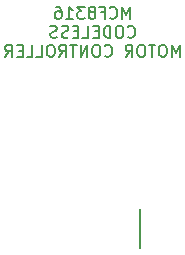
<source format=gbr>
G04 #@! TF.GenerationSoftware,KiCad,Pcbnew,(6.0.1)*
G04 #@! TF.CreationDate,2022-02-05T19:11:42-06:00*
G04 #@! TF.ProjectId,MCF8316A,4d434638-3331-4364-912e-6b696361645f,rev?*
G04 #@! TF.SameCoordinates,Original*
G04 #@! TF.FileFunction,Legend,Bot*
G04 #@! TF.FilePolarity,Positive*
%FSLAX46Y46*%
G04 Gerber Fmt 4.6, Leading zero omitted, Abs format (unit mm)*
G04 Created by KiCad (PCBNEW (6.0.1)) date 2022-02-05 19:11:42*
%MOMM*%
%LPD*%
G01*
G04 APERTURE LIST*
%ADD10C,0.150000*%
G04 APERTURE END LIST*
D10*
X159969200Y-103352600D02*
X159969200Y-106654600D01*
X159122666Y-87234380D02*
X159122666Y-86234380D01*
X158789333Y-86948666D01*
X158456000Y-86234380D01*
X158456000Y-87234380D01*
X157408380Y-87139142D02*
X157456000Y-87186761D01*
X157598857Y-87234380D01*
X157694095Y-87234380D01*
X157836952Y-87186761D01*
X157932190Y-87091523D01*
X157979809Y-86996285D01*
X158027428Y-86805809D01*
X158027428Y-86662952D01*
X157979809Y-86472476D01*
X157932190Y-86377238D01*
X157836952Y-86282000D01*
X157694095Y-86234380D01*
X157598857Y-86234380D01*
X157456000Y-86282000D01*
X157408380Y-86329619D01*
X156646476Y-86710571D02*
X156979809Y-86710571D01*
X156979809Y-87234380D02*
X156979809Y-86234380D01*
X156503619Y-86234380D01*
X155979809Y-86662952D02*
X156075047Y-86615333D01*
X156122666Y-86567714D01*
X156170285Y-86472476D01*
X156170285Y-86424857D01*
X156122666Y-86329619D01*
X156075047Y-86282000D01*
X155979809Y-86234380D01*
X155789333Y-86234380D01*
X155694095Y-86282000D01*
X155646476Y-86329619D01*
X155598857Y-86424857D01*
X155598857Y-86472476D01*
X155646476Y-86567714D01*
X155694095Y-86615333D01*
X155789333Y-86662952D01*
X155979809Y-86662952D01*
X156075047Y-86710571D01*
X156122666Y-86758190D01*
X156170285Y-86853428D01*
X156170285Y-87043904D01*
X156122666Y-87139142D01*
X156075047Y-87186761D01*
X155979809Y-87234380D01*
X155789333Y-87234380D01*
X155694095Y-87186761D01*
X155646476Y-87139142D01*
X155598857Y-87043904D01*
X155598857Y-86853428D01*
X155646476Y-86758190D01*
X155694095Y-86710571D01*
X155789333Y-86662952D01*
X155265523Y-86234380D02*
X154646476Y-86234380D01*
X154979809Y-86615333D01*
X154836952Y-86615333D01*
X154741714Y-86662952D01*
X154694095Y-86710571D01*
X154646476Y-86805809D01*
X154646476Y-87043904D01*
X154694095Y-87139142D01*
X154741714Y-87186761D01*
X154836952Y-87234380D01*
X155122666Y-87234380D01*
X155217904Y-87186761D01*
X155265523Y-87139142D01*
X153694095Y-87234380D02*
X154265523Y-87234380D01*
X153979809Y-87234380D02*
X153979809Y-86234380D01*
X154075047Y-86377238D01*
X154170285Y-86472476D01*
X154265523Y-86520095D01*
X152836952Y-86234380D02*
X153027428Y-86234380D01*
X153122666Y-86282000D01*
X153170285Y-86329619D01*
X153265523Y-86472476D01*
X153313142Y-86662952D01*
X153313142Y-87043904D01*
X153265523Y-87139142D01*
X153217904Y-87186761D01*
X153122666Y-87234380D01*
X152932190Y-87234380D01*
X152836952Y-87186761D01*
X152789333Y-87139142D01*
X152741714Y-87043904D01*
X152741714Y-86805809D01*
X152789333Y-86710571D01*
X152836952Y-86662952D01*
X152932190Y-86615333D01*
X153122666Y-86615333D01*
X153217904Y-86662952D01*
X153265523Y-86710571D01*
X153313142Y-86805809D01*
X158932190Y-88749142D02*
X158979809Y-88796761D01*
X159122666Y-88844380D01*
X159217904Y-88844380D01*
X159360761Y-88796761D01*
X159456000Y-88701523D01*
X159503619Y-88606285D01*
X159551238Y-88415809D01*
X159551238Y-88272952D01*
X159503619Y-88082476D01*
X159456000Y-87987238D01*
X159360761Y-87892000D01*
X159217904Y-87844380D01*
X159122666Y-87844380D01*
X158979809Y-87892000D01*
X158932190Y-87939619D01*
X158313142Y-87844380D02*
X158122666Y-87844380D01*
X158027428Y-87892000D01*
X157932190Y-87987238D01*
X157884571Y-88177714D01*
X157884571Y-88511047D01*
X157932190Y-88701523D01*
X158027428Y-88796761D01*
X158122666Y-88844380D01*
X158313142Y-88844380D01*
X158408380Y-88796761D01*
X158503619Y-88701523D01*
X158551238Y-88511047D01*
X158551238Y-88177714D01*
X158503619Y-87987238D01*
X158408380Y-87892000D01*
X158313142Y-87844380D01*
X157456000Y-88844380D02*
X157456000Y-87844380D01*
X157217904Y-87844380D01*
X157075047Y-87892000D01*
X156979809Y-87987238D01*
X156932190Y-88082476D01*
X156884571Y-88272952D01*
X156884571Y-88415809D01*
X156932190Y-88606285D01*
X156979809Y-88701523D01*
X157075047Y-88796761D01*
X157217904Y-88844380D01*
X157456000Y-88844380D01*
X156456000Y-88320571D02*
X156122666Y-88320571D01*
X155979809Y-88844380D02*
X156456000Y-88844380D01*
X156456000Y-87844380D01*
X155979809Y-87844380D01*
X155075047Y-88844380D02*
X155551238Y-88844380D01*
X155551238Y-87844380D01*
X154741714Y-88320571D02*
X154408380Y-88320571D01*
X154265523Y-88844380D02*
X154741714Y-88844380D01*
X154741714Y-87844380D01*
X154265523Y-87844380D01*
X153884571Y-88796761D02*
X153741714Y-88844380D01*
X153503619Y-88844380D01*
X153408380Y-88796761D01*
X153360761Y-88749142D01*
X153313142Y-88653904D01*
X153313142Y-88558666D01*
X153360761Y-88463428D01*
X153408380Y-88415809D01*
X153503619Y-88368190D01*
X153694095Y-88320571D01*
X153789333Y-88272952D01*
X153836952Y-88225333D01*
X153884571Y-88130095D01*
X153884571Y-88034857D01*
X153836952Y-87939619D01*
X153789333Y-87892000D01*
X153694095Y-87844380D01*
X153456000Y-87844380D01*
X153313142Y-87892000D01*
X152932190Y-88796761D02*
X152789333Y-88844380D01*
X152551238Y-88844380D01*
X152456000Y-88796761D01*
X152408380Y-88749142D01*
X152360761Y-88653904D01*
X152360761Y-88558666D01*
X152408380Y-88463428D01*
X152456000Y-88415809D01*
X152551238Y-88368190D01*
X152741714Y-88320571D01*
X152836952Y-88272952D01*
X152884571Y-88225333D01*
X152932190Y-88130095D01*
X152932190Y-88034857D01*
X152884571Y-87939619D01*
X152836952Y-87892000D01*
X152741714Y-87844380D01*
X152503619Y-87844380D01*
X152360761Y-87892000D01*
X163313142Y-90454380D02*
X163313142Y-89454380D01*
X162979809Y-90168666D01*
X162646476Y-89454380D01*
X162646476Y-90454380D01*
X161979809Y-89454380D02*
X161789333Y-89454380D01*
X161694095Y-89502000D01*
X161598857Y-89597238D01*
X161551238Y-89787714D01*
X161551238Y-90121047D01*
X161598857Y-90311523D01*
X161694095Y-90406761D01*
X161789333Y-90454380D01*
X161979809Y-90454380D01*
X162075047Y-90406761D01*
X162170285Y-90311523D01*
X162217904Y-90121047D01*
X162217904Y-89787714D01*
X162170285Y-89597238D01*
X162075047Y-89502000D01*
X161979809Y-89454380D01*
X161265523Y-89454380D02*
X160694095Y-89454380D01*
X160979809Y-90454380D02*
X160979809Y-89454380D01*
X160170285Y-89454380D02*
X159979809Y-89454380D01*
X159884571Y-89502000D01*
X159789333Y-89597238D01*
X159741714Y-89787714D01*
X159741714Y-90121047D01*
X159789333Y-90311523D01*
X159884571Y-90406761D01*
X159979809Y-90454380D01*
X160170285Y-90454380D01*
X160265523Y-90406761D01*
X160360761Y-90311523D01*
X160408380Y-90121047D01*
X160408380Y-89787714D01*
X160360761Y-89597238D01*
X160265523Y-89502000D01*
X160170285Y-89454380D01*
X158741714Y-90454380D02*
X159075047Y-89978190D01*
X159313142Y-90454380D02*
X159313142Y-89454380D01*
X158932190Y-89454380D01*
X158836952Y-89502000D01*
X158789333Y-89549619D01*
X158741714Y-89644857D01*
X158741714Y-89787714D01*
X158789333Y-89882952D01*
X158836952Y-89930571D01*
X158932190Y-89978190D01*
X159313142Y-89978190D01*
X156979809Y-90359142D02*
X157027428Y-90406761D01*
X157170285Y-90454380D01*
X157265523Y-90454380D01*
X157408380Y-90406761D01*
X157503619Y-90311523D01*
X157551238Y-90216285D01*
X157598857Y-90025809D01*
X157598857Y-89882952D01*
X157551238Y-89692476D01*
X157503619Y-89597238D01*
X157408380Y-89502000D01*
X157265523Y-89454380D01*
X157170285Y-89454380D01*
X157027428Y-89502000D01*
X156979809Y-89549619D01*
X156360761Y-89454380D02*
X156170285Y-89454380D01*
X156075047Y-89502000D01*
X155979809Y-89597238D01*
X155932190Y-89787714D01*
X155932190Y-90121047D01*
X155979809Y-90311523D01*
X156075047Y-90406761D01*
X156170285Y-90454380D01*
X156360761Y-90454380D01*
X156456000Y-90406761D01*
X156551238Y-90311523D01*
X156598857Y-90121047D01*
X156598857Y-89787714D01*
X156551238Y-89597238D01*
X156456000Y-89502000D01*
X156360761Y-89454380D01*
X155503619Y-90454380D02*
X155503619Y-89454380D01*
X154932190Y-90454380D01*
X154932190Y-89454380D01*
X154598857Y-89454380D02*
X154027428Y-89454380D01*
X154313142Y-90454380D02*
X154313142Y-89454380D01*
X153122666Y-90454380D02*
X153456000Y-89978190D01*
X153694095Y-90454380D02*
X153694095Y-89454380D01*
X153313142Y-89454380D01*
X153217904Y-89502000D01*
X153170285Y-89549619D01*
X153122666Y-89644857D01*
X153122666Y-89787714D01*
X153170285Y-89882952D01*
X153217904Y-89930571D01*
X153313142Y-89978190D01*
X153694095Y-89978190D01*
X152503619Y-89454380D02*
X152313142Y-89454380D01*
X152217904Y-89502000D01*
X152122666Y-89597238D01*
X152075047Y-89787714D01*
X152075047Y-90121047D01*
X152122666Y-90311523D01*
X152217904Y-90406761D01*
X152313142Y-90454380D01*
X152503619Y-90454380D01*
X152598857Y-90406761D01*
X152694095Y-90311523D01*
X152741714Y-90121047D01*
X152741714Y-89787714D01*
X152694095Y-89597238D01*
X152598857Y-89502000D01*
X152503619Y-89454380D01*
X151170285Y-90454380D02*
X151646476Y-90454380D01*
X151646476Y-89454380D01*
X150360761Y-90454380D02*
X150836952Y-90454380D01*
X150836952Y-89454380D01*
X150027428Y-89930571D02*
X149694095Y-89930571D01*
X149551238Y-90454380D02*
X150027428Y-90454380D01*
X150027428Y-89454380D01*
X149551238Y-89454380D01*
X148551238Y-90454380D02*
X148884571Y-89978190D01*
X149122666Y-90454380D02*
X149122666Y-89454380D01*
X148741714Y-89454380D01*
X148646476Y-89502000D01*
X148598857Y-89549619D01*
X148551238Y-89644857D01*
X148551238Y-89787714D01*
X148598857Y-89882952D01*
X148646476Y-89930571D01*
X148741714Y-89978190D01*
X149122666Y-89978190D01*
M02*

</source>
